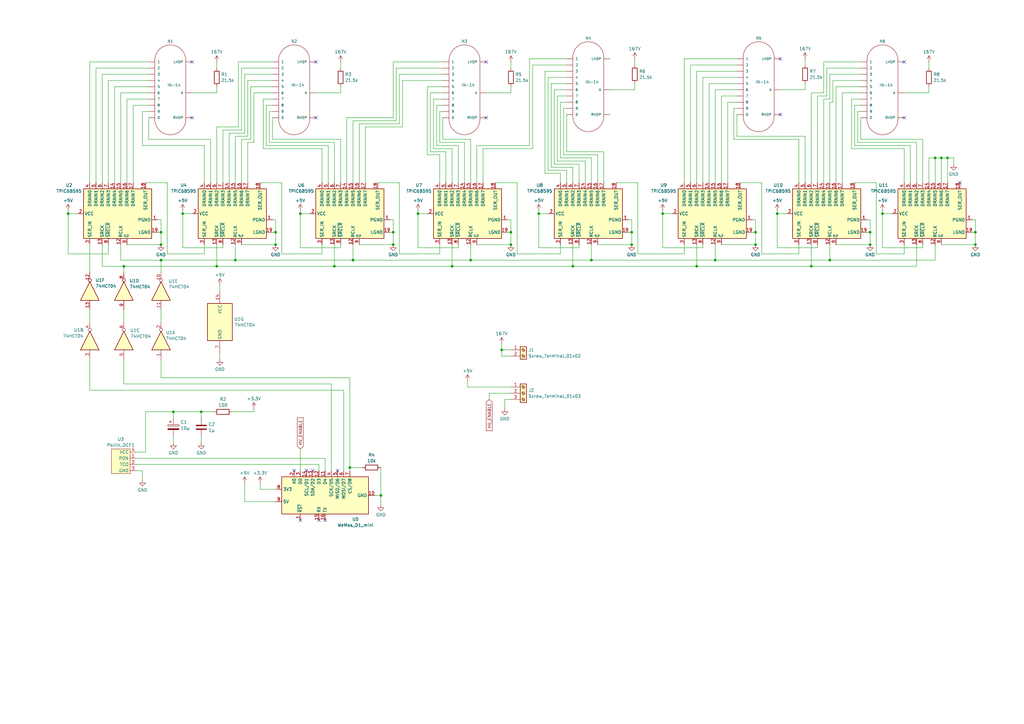
<source format=kicad_sch>
(kicad_sch (version 20231120) (generator "eeschema") (generator_version "8.0")
  (paper "A3")
  (junction (at 193.04 106.68))
  (junction (at 113.03 95.25))
  (junction (at 309.88 100.33))
  (junction (at 383.54 64.77))
  (junction (at 285.75 109.22))
  (junction (at 161.29 100.33))
  (junction (at 143.51 191.77))
  (junction (at 242.57 106.68))
  (junction (at 234.95 109.22))
  (junction (at 50.8 109.22))
  (junction (at 144.78 106.68))
  (junction (at 361.95 87.63))
  (junction (at 209.55 95.25))
  (junction (at 209.55 100.33))
  (junction (at 332.74 109.22))
  (junction (at 220.98 87.63))
  (junction (at 185.42 109.22))
  (junction (at 340.36 106.68))
  (junction (at 400.05 95.25))
  (junction (at 356.87 100.33))
  (junction (at 400.05 100.33))
  (junction (at 66.04 106.68))
  (junction (at 66.04 95.25))
  (junction (at 388.62 64.77))
  (junction (at 74.93 87.63))
  (junction (at 27.94 87.63))
  (junction (at 318.77 87.63))
  (junction (at 113.03 100.33))
  (junction (at 259.08 95.25))
  (junction (at 123.19 87.63))
  (junction (at 205.74 143.51))
  (junction (at 161.29 95.25))
  (junction (at 156.21 203.2))
  (junction (at 96.52 106.68))
  (junction (at 171.45 87.63))
  (junction (at 71.12 168.91))
  (junction (at 271.78 87.63))
  (junction (at 259.08 100.33))
  (junction (at 356.87 95.25))
  (junction (at 66.04 100.33))
  (junction (at 293.37 106.68))
  (junction (at 309.88 95.25))
  (junction (at 137.16 109.22))
  (junction (at 386.08 64.77))
  (junction (at 82.55 168.91))
  (junction (at 88.9 109.22))
  (no_connect (at 370.84 48.26))
  (no_connect (at 78.74 25.4))
  (no_connect (at 320.04 24.13))
  (no_connect (at 128.27 193.04))
  (no_connect (at 129.54 48.26))
  (no_connect (at 120.65 193.04))
  (no_connect (at 129.54 25.4))
  (no_connect (at 393.7 74.93))
  (no_connect (at 130.81 213.36))
  (no_connect (at 133.35 213.36))
  (no_connect (at 78.74 48.26))
  (no_connect (at 123.19 213.36))
  (no_connect (at 370.84 25.4))
  (no_connect (at 125.73 193.04))
  (no_connect (at 320.04 46.99))
  (no_connect (at 199.39 25.4))
  (no_connect (at 138.43 193.04))
  (no_connect (at 199.39 48.26))
  (wire (pts (xy 257.81 90.17) (xy 259.08 90.17)))
  (wire (pts (xy 193.04 74.93) (xy 193.04 57.15)))
  (wire (pts (xy 224.79 69.85) (xy 224.79 31.75)))
  (wire (pts (xy 60.96 57.15) (xy 60.96 48.26)))
  (wire (pts (xy 245.11 100.33) (xy 259.08 100.33)))
  (wire (pts (xy 193.04 106.68) (xy 242.57 106.68)))
  (wire (pts (xy 132.08 74.93) (xy 132.08 60.96)))
  (wire (pts (xy 99.06 53.34) (xy 91.44 53.34)))
  (wire (pts (xy 27.94 104.14) (xy 44.45 104.14)))
  (wire (pts (xy 27.94 87.63) (xy 31.75 87.63)))
  (wire (pts (xy 330.2 36.83) (xy 320.04 36.83)))
  (wire (pts (xy 350.52 59.69) (xy 350.52 43.18)))
  (wire (pts (xy 318.77 87.63) (xy 322.58 87.63)))
  (wire (pts (xy 400.05 90.17) (xy 400.05 95.25)))
  (wire (pts (xy 111.76 33.02) (xy 101.6 33.02)))
  (wire (pts (xy 220.98 101.6) (xy 220.98 87.63)))
  (wire (pts (xy 232.41 29.21) (xy 223.52 29.21)))
  (wire (pts (xy 181.61 43.18) (xy 179.07 43.18)))
  (wire (pts (xy 109.22 59.69) (xy 109.22 43.18)))
  (wire (pts (xy 83.82 74.93) (xy 83.82 59.69)))
  (wire (pts (xy 295.91 39.37) (xy 295.91 74.93)))
  (wire (pts (xy 200.66 161.29) (xy 200.66 163.83)))
  (wire (pts (xy 245.11 74.93) (xy 245.11 63.5)))
  (wire (pts (xy 83.82 104.14) (xy 83.82 100.33)))
  (wire (pts (xy 260.35 24.13) (xy 260.35 26.67)))
  (wire (pts (xy 318.77 87.63) (xy 318.77 86.36)))
  (wire (pts (xy 351.79 45.72) (xy 353.06 45.72)))
  (wire (pts (xy 231.14 44.45) (xy 232.41 44.45)))
  (wire (pts (xy 231.14 63.5) (xy 231.14 44.45)))
  (wire (pts (xy 27.94 104.14) (xy 27.94 87.63)))
  (wire (pts (xy 308.61 90.17) (xy 309.88 90.17)))
  (wire (pts (xy 260.35 34.29) (xy 260.35 36.83)))
  (wire (pts (xy 58.42 59.69) (xy 58.42 45.72)))
  (wire (pts (xy 285.75 100.33) (xy 285.75 109.22)))
  (wire (pts (xy 60.96 35.56) (xy 46.99 35.56)))
  (wire (pts (xy 370.84 104.14) (xy 359.41 104.14)))
  (wire (pts (xy 177.8 40.64) (xy 181.61 40.64)))
  (wire (pts (xy 113.03 200.66) (xy 106.68 200.66)))
  (wire (pts (xy 340.36 106.68) (xy 383.54 106.68)))
  (wire (pts (xy 195.58 100.33) (xy 209.55 100.33)))
  (wire (pts (xy 193.04 106.68) (xy 193.04 100.33)))
  (wire (pts (xy 375.92 109.22) (xy 375.92 100.33)))
  (wire (pts (xy 161.29 25.4) (xy 161.29 48.26)))
  (wire (pts (xy 373.38 74.93) (xy 373.38 59.69)))
  (wire (pts (xy 356.87 90.17) (xy 356.87 95.25)))
  (wire (pts (xy 229.87 71.12) (xy 229.87 74.93)))
  (wire (pts (xy 111.76 35.56) (xy 102.87 35.56)))
  (wire (pts (xy 149.86 52.07) (xy 149.86 74.93)))
  (wire (pts (xy 74.93 86.36) (xy 74.93 87.63)))
  (wire (pts (xy 137.16 100.33) (xy 137.16 109.22)))
  (wire (pts (xy 280.67 100.33) (xy 280.67 104.14)))
  (wire (pts (xy 381 35.56) (xy 381 38.1)))
  (wire (pts (xy 227.33 67.31) (xy 227.33 36.83)))
  (wire (pts (xy 198.12 60.96) (xy 218.44 60.96)))
  (wire (pts (xy 330.2 34.29) (xy 330.2 36.83)))
  (wire (pts (xy 123.19 184.15) (xy 123.19 193.04)))
  (wire (pts (xy 195.58 59.69) (xy 217.17 59.69)))
  (wire (pts (xy 302.26 41.91) (xy 298.45 41.91)))
  (wire (pts (xy 97.79 52.07) (xy 97.79 25.4)))
  (wire (pts (xy 302.26 44.45) (xy 300.99 44.45)))
  (wire (pts (xy 337.82 25.4) (xy 353.06 25.4)))
  (wire (pts (xy 349.25 40.64) (xy 349.25 60.96)))
  (wire (pts (xy 340.36 40.64) (xy 337.82 40.64)))
  (wire (pts (xy 49.53 106.68) (xy 49.53 100.33)))
  (wire (pts (xy 378.46 57.15) (xy 353.06 57.15)))
  (wire (pts (xy 240.03 74.93) (xy 240.03 66.04)))
  (wire (pts (xy 44.45 100.33) (xy 44.45 104.14)))
  (wire (pts (xy 341.63 33.02) (xy 341.63 41.91)))
  (wire (pts (xy 107.95 60.96) (xy 107.95 40.64)))
  (wire (pts (xy 288.29 100.33) (xy 288.29 101.6)))
  (wire (pts (xy 156.21 203.2) (xy 156.21 207.01)))
  (wire (pts (xy 300.99 44.45) (xy 300.99 57.15)))
  (wire (pts (xy 64.77 90.17) (xy 66.04 90.17)))
  (wire (pts (xy 261.62 74.93) (xy 252.73 74.93)))
  (wire (pts (xy 123.19 86.36) (xy 123.19 87.63)))
  (wire (pts (xy 180.34 45.72) (xy 181.61 45.72)))
  (wire (pts (xy 335.28 100.33) (xy 335.28 101.6)))
  (wire (pts (xy 195.58 74.93) (xy 195.58 59.69)))
  (wire (pts (xy 144.78 49.53) (xy 144.78 74.93)))
  (wire (pts (xy 99.06 100.33) (xy 113.03 100.33)))
  (wire (pts (xy 182.88 62.23) (xy 176.53 62.23)))
  (wire (pts (xy 234.95 100.33) (xy 234.95 109.22)))
  (wire (pts (xy 109.22 43.18) (xy 111.76 43.18)))
  (wire (pts (xy 162.56 27.94) (xy 162.56 49.53)))
  (wire (pts (xy 302.26 34.29) (xy 290.83 34.29)))
  (wire (pts (xy 373.38 59.69) (xy 350.52 59.69)))
  (wire (pts (xy 350.52 43.18) (xy 353.06 43.18)))
  (wire (pts (xy 180.34 104.14) (xy 163.83 104.14)))
  (wire (pts (xy 66.04 106.68) (xy 96.52 106.68)))
  (wire (pts (xy 275.59 87.63) (xy 271.78 87.63)))
  (wire (pts (xy 342.9 35.56) (xy 342.9 74.93)))
  (wire (pts (xy 91.44 100.33) (xy 91.44 101.6)))
  (wire (pts (xy 302.26 39.37) (xy 295.91 39.37)))
  (wire (pts (xy 209.55 25.4) (xy 209.55 27.94)))
  (wire (pts (xy 217.17 24.13) (xy 232.41 24.13)))
  (wire (pts (xy 383.54 64.77) (xy 381 64.77)))
  (wire (pts (xy 335.28 39.37) (xy 335.28 74.93)))
  (wire (pts (xy 237.49 67.31) (xy 227.33 67.31)))
  (wire (pts (xy 52.07 40.64) (xy 52.07 74.93)))
  (wire (pts (xy 180.34 58.42) (xy 180.34 45.72)))
  (wire (pts (xy 217.17 59.69) (xy 217.17 24.13)))
  (wire (pts (xy 82.55 168.91) (xy 82.55 171.45)))
  (wire (pts (xy 190.5 58.42) (xy 180.34 58.42)))
  (wire (pts (xy 337.82 38.1) (xy 337.82 25.4)))
  (wire (pts (xy 160.02 95.25) (xy 161.29 95.25)))
  (wire (pts (xy 49.53 106.68) (xy 66.04 106.68)))
  (wire (pts (xy 139.7 35.56) (xy 139.7 38.1)))
  (wire (pts (xy 370.84 60.96) (xy 370.84 74.93)))
  (wire (pts (xy 208.28 95.25) (xy 209.55 95.25)))
  (wire (pts (xy 353.06 40.64) (xy 349.25 40.64)))
  (wire (pts (xy 86.36 74.93) (xy 86.36 57.15)))
  (wire (pts (xy 100.33 54.61) (xy 93.98 54.61)))
  (wire (pts (xy 203.2 74.93) (xy 212.09 74.93)))
  (wire (pts (xy 130.81 190.5) (xy 130.81 193.04)))
  (wire (pts (xy 110.49 58.42) (xy 110.49 45.72)))
  (wire (pts (xy 110.49 45.72) (xy 111.76 45.72)))
  (wire (pts (xy 123.19 101.6) (xy 123.19 87.63)))
  (wire (pts (xy 209.55 35.56) (xy 209.55 38.1)))
  (wire (pts (xy 340.36 106.68) (xy 340.36 100.33)))
  (wire (pts (xy 205.74 146.05) (xy 205.74 143.51)))
  (wire (pts (xy 44.45 33.02) (xy 44.45 74.93)))
  (wire (pts (xy 82.55 179.07) (xy 82.55 181.61)))
  (wire (pts (xy 327.66 57.15) (xy 327.66 74.93)))
  (wire (pts (xy 41.91 109.22) (xy 41.91 100.33)))
  (wire (pts (xy 227.33 36.83) (xy 232.41 36.83)))
  (wire (pts (xy 302.26 26.67) (xy 283.21 26.67)))
  (wire (pts (xy 60.96 40.64) (xy 52.07 40.64)))
  (wire (pts (xy 71.12 168.91) (xy 82.55 168.91)))
  (wire (pts (xy 175.26 87.63) (xy 171.45 87.63)))
  (wire (pts (xy 68.58 104.14) (xy 83.82 104.14)))
  (wire (pts (xy 100.33 30.48) (xy 100.33 54.61)))
  (wire (pts (xy 163.83 30.48) (xy 163.83 50.8)))
  (wire (pts (xy 361.95 87.63) (xy 365.76 87.63)))
  (wire (pts (xy 332.74 74.93) (xy 332.74 38.1)))
  (wire (pts (xy 400.05 95.25) (xy 400.05 100.33)))
  (wire (pts (xy 104.14 58.42) (xy 104.14 38.1)))
  (wire (pts (xy 41.91 109.22) (xy 50.8 109.22)))
  (wire (pts (xy 257.81 95.25) (xy 259.08 95.25)))
  (wire (pts (xy 386.08 64.77) (xy 383.54 64.77)))
  (wire (pts (xy 208.28 90.17) (xy 209.55 90.17)))
  (wire (pts (xy 242.57 74.93) (xy 242.57 64.77)))
  (wire (pts (xy 327.66 100.33) (xy 327.66 104.14)))
  (wire (pts (xy 327.66 104.14) (xy 312.42 104.14)))
  (wire (pts (xy 36.83 100.33) (xy 36.83 111.76)))
  (wire (pts (xy 190.5 74.93) (xy 190.5 58.42)))
  (wire (pts (xy 302.26 31.75) (xy 288.29 31.75)))
  (wire (pts (xy 209.55 161.29) (xy 200.66 161.29)))
  (wire (pts (xy 370.84 104.14) (xy 370.84 100.33)))
  (wire (pts (xy 46.99 35.56) (xy 46.99 74.93)))
  (wire (pts (xy 60.96 38.1) (xy 49.53 38.1)))
  (wire (pts (xy 111.76 30.48) (xy 100.33 30.48)))
  (wire (pts (xy 60.96 27.94) (xy 39.37 27.94)))
  (wire (pts (xy 309.88 90.17) (xy 309.88 95.25)))
  (wire (pts (xy 36.83 147.32) (xy 36.83 160.02)))
  (wire (pts (xy 312.42 104.14) (xy 312.42 74.93)))
  (wire (pts (xy 143.51 193.04) (xy 143.51 191.77)))
  (wire (pts (xy 261.62 104.14) (xy 261.62 74.93)))
  (wire (pts (xy 102.87 35.56) (xy 102.87 57.15)))
  (wire (pts (xy 332.74 109.22) (xy 375.92 109.22)))
  (wire (pts (xy 179.07 59.69) (xy 187.96 59.69)))
  (wire (pts (xy 55.88 193.04) (xy 58.42 193.04)))
  (wire (pts (xy 88.9 52.07) (xy 97.79 52.07)))
  (wire (pts (xy 60.96 33.02) (xy 44.45 33.02)))
  (wire (pts (xy 66.04 154.94) (xy 143.51 154.94)))
  (wire (pts (xy 209.55 90.17) (xy 209.55 95.25)))
  (wire (pts (xy 232.41 69.85) (xy 224.79 69.85)))
  (wire (pts (xy 226.06 68.58) (xy 226.06 34.29)))
  (wire (pts (xy 176.53 62.23) (xy 176.53 38.1)))
  (wire (pts (xy 339.09 27.94) (xy 339.09 39.37)))
  (wire (pts (xy 332.74 100.33) (xy 332.74 109.22)))
  (wire (pts (xy 137.16 109.22) (xy 185.42 109.22)))
  (wire (pts (xy 143.51 154.94) (xy 143.51 191.77)))
  (wire (pts (xy 398.78 90.17) (xy 400.05 90.17)))
  (wire (pts (xy 139.7 38.1) (xy 129.54 38.1)))
  (wire (pts (xy 71.12 179.07) (xy 71.12 181.61)))
  (wire (pts (xy 52.07 100.33) (xy 66.04 100.33)))
  (wire (pts (xy 88.9 109.22) (xy 137.16 109.22)))
  (wire (pts (xy 156.21 191.77) (xy 156.21 203.2)))
  (wire (pts (xy 185.42 60.96) (xy 177.8 60.96)))
  (wire (pts (xy 163.83 30.48) (xy 181.61 30.48)))
  (wire (pts (xy 175.26 35.56) (xy 181.61 35.56)))
  (wire (pts (xy 355.6 90.17) (xy 356.87 90.17)))
  (wire (pts (xy 375.92 58.42) (xy 351.79 58.42)))
  (wire (pts (xy 298.45 41.91) (xy 298.45 74.93)))
  (wire (pts (xy 229.87 104.14) (xy 229.87 100.33)))
  (wire (pts (xy 137.16 58.42) (xy 110.49 58.42)))
  (wire (pts (xy 378.46 74.93) (xy 378.46 57.15)))
  (wire (pts (xy 260.35 36.83) (xy 250.19 36.83)))
  (wire (pts (xy 137.16 74.93) (xy 137.16 58.42)))
  (wire (pts (xy 115.57 104.14) (xy 115.57 74.93)))
  (wire (pts (xy 147.32 50.8) (xy 147.32 74.93)))
  (wire (pts (xy 160.02 90.17) (xy 161.29 90.17)))
  (wire (pts (xy 209.55 146.05) (xy 205.74 146.05)))
  (wire (pts (xy 59.69 168.91) (xy 71.12 168.91)))
  (wire (pts (xy 342.9 100.33) (xy 356.87 100.33)))
  (wire (pts (xy 36.83 25.4) (xy 60.96 25.4)))
  (wire (pts (xy 381 25.4) (xy 381 27.94)))
  (wire (pts (xy 99.06 57.15) (xy 99.06 74.93)))
  (wire (pts (xy 293.37 74.93) (xy 293.37 36.83)))
  (wire (pts (xy 182.88 74.93) (xy 182.88 62.23)))
  (wire (pts (xy 50.8 157.48) (xy 50.8 147.32)))
  (wire (pts (xy 207.01 163.83) (xy 207.01 167.64)))
  (wire (pts (xy 218.44 26.67) (xy 232.41 26.67)))
  (wire (pts (xy 218.44 60.96) (xy 218.44 26.67)))
  (wire (pts (xy 271.78 101.6) (xy 271.78 87.63)))
  (wire (pts (xy 161.29 95.25) (xy 161.29 100.33)))
  (wire (pts (xy 283.21 26.67) (xy 283.21 74.93)))
  (wire (pts (xy 82.55 168.91) (xy 87.63 168.91)))
  (wire (pts (xy 59.69 168.91) (xy 59.69 185.42)))
  (wire (pts (xy 111.76 95.25) (xy 113.03 95.25)))
  (wire (pts (xy 171.45 87.63) (xy 171.45 86.36)))
  (wire (pts (xy 132.08 100.33) (xy 132.08 104.14)))
  (wire (pts (xy 134.62 59.69) (xy 109.22 59.69)))
  (wire (pts (xy 341.63 41.91) (xy 340.36 41.91)))
  (wire (pts (xy 142.24 48.26) (xy 142.24 74.93)))
  (wire (pts (xy 66.04 154.94) (xy 66.04 147.32)))
  (wire (pts (xy 59.69 74.93) (xy 68.58 74.93)))
  (wire (pts (xy 71.12 168.91) (xy 71.12 171.45)))
  (wire (pts (xy 232.41 74.93) (xy 232.41 69.85)))
  (wire (pts (xy 113.03 90.17) (xy 113.03 95.25)))
  (wire (pts (xy 139.7 25.4) (xy 139.7 27.94)))
  (wire (pts (xy 36.83 127) (xy 36.83 132.08)))
  (wire (pts (xy 355.6 95.25) (xy 356.87 95.25)))
  (wire (pts (xy 133.35 187.96) (xy 55.88 187.96)))
  (wire (pts (xy 88.9 38.1) (xy 78.74 38.1)))
  (wire (pts (xy 100.33 205.74) (xy 100.33 198.12)))
  (wire (pts (xy 245.11 63.5) (xy 231.14 63.5)))
  (wire (pts (xy 209.55 95.25) (xy 209.55 100.33)))
  (wire (pts (xy 185.42 100.33) (xy 185.42 109.22)))
  (wire (pts (xy 133.35 193.04) (xy 133.35 187.96)))
  (wire (pts (xy 229.87 64.77) (xy 229.87 41.91)))
  (wire (pts (xy 64.77 95.25) (xy 66.04 95.25)))
  (wire (pts (xy 27.94 86.36) (xy 27.94 87.63)))
  (wire (pts (xy 242.57 106.68) (xy 293.37 106.68)))
  (wire (pts (xy 293.37 106.68) (xy 293.37 100.33)))
  (wire (pts (xy 102.87 57.15) (xy 99.06 57.15)))
  (wire (pts (xy 353.06 30.48) (xy 340.36 30.48)))
  (wire (pts (xy 381 64.77) (xy 381 74.93)))
  (wire (pts (xy 181.61 25.4) (xy 161.29 25.4)))
  (wire (pts (xy 209.55 38.1) (xy 199.39 38.1)))
  (wire (pts (xy 242.57 106.68) (xy 242.57 100.33)))
  (wire (pts (xy 181.61 57.15) (xy 181.61 48.26)))
  (wire (pts (xy 86.36 57.15) (xy 60.96 57.15)))
  (wire (pts (xy 386.08 100.33) (xy 400.05 100.33)))
  (wire (pts (xy 375.92 74.93) (xy 375.92 58.42)))
  (wire (pts (xy 175.26 63.5) (xy 175.26 35.56)))
  (wire (pts (xy 209.55 163.83) (xy 207.01 163.83)))
  (wire (pts (xy 97.79 25.4) (xy 111.76 25.4)))
  (wire (pts (xy 139.7 74.93) (xy 139.7 57.15)))
  (wire (pts (xy 353.06 27.94) (xy 339.09 27.94)))
  (wire (pts (xy 140.97 160.02) (xy 36.83 160.02)))
  (wire (pts (xy 223.52 71.12) (xy 229.87 71.12)))
  (wire (pts (xy 247.65 62.23) (xy 232.41 62.23)))
  (wire (pts (xy 90.17 116.84) (xy 90.17 119.38)))
  (wire (pts (xy 139.7 57.15) (xy 111.76 57.15)))
  (wire (pts (xy 163.83 104.14) (xy 163.83 74.93)))
  (wire (pts (xy 391.16 67.31) (xy 391.16 64.77)))
  (wire (pts (xy 335.28 101.6) (xy 318.77 101.6)))
  (wire (pts (xy 66.04 127) (xy 66.04 132.08)))
  (wire (pts (xy 293.37 36.83) (xy 302.26 36.83)))
  (wire (pts (xy 83.82 59.69) (xy 58.42 59.69)))
  (wire (pts (xy 232.41 62.23) (xy 232.41 46.99)))
  (wire (pts (xy 161.29 90.17) (xy 161.29 95.25)))
  (wire (pts (xy 187.96 101.6) (xy 171.45 101.6)))
  (wire (pts (xy 285.75 74.93) (xy 285.75 29.21)))
  (wire (pts (xy 93.98 54.61) (xy 93.98 74.93)))
  (wire (pts (xy 66.04 106.68) (xy 66.04 111.76)))
  (wire (pts (xy 226.06 34.29) (xy 232.41 34.29)))
  (wire (pts (xy 176.53 38.1) (xy 181.61 38.1)))
  (wire (pts (xy 132.08 104.14) (xy 115.57 104.14)))
  (wire (pts (xy 228.6 66.04) (xy 228.6 39.37)))
  (wire (pts (xy 198.12 74.93) (xy 198.12 60.96)))
  (wire (pts (xy 165.1 33.02) (xy 181.61 33.02)))
  (wire (pts (xy 312.42 74.93) (xy 303.53 74.93)))
  (wire (pts (xy 308.61 95.25) (xy 309.88 95.25)))
  (wire (pts (xy 349.25 60.96) (xy 370.84 60.96)))
  (wire (pts (xy 111.76 90.17) (xy 113.03 90.17)))
  (wire (pts (xy 96.52 106.68) (xy 96.52 100.33)))
  (wire (pts (xy 332.74 38.1) (xy 337.82 38.1)))
  (wire (pts (xy 318.77 101.6) (xy 318.77 87.63)))
  (wire (pts (xy 205.74 143.51) (xy 205.74 140.97)))
  (wire (pts (xy 123.19 87.63) (xy 127 87.63)))
  (wire (pts (xy 293.37 106.68) (xy 340.36 106.68)))
  (wire (pts (xy 106.68 200.66) (xy 106.68 198.12)))
  (wire (pts (xy 107.95 40.64) (xy 111.76 40.64)))
  (wire (pts (xy 39.37 27.94) (xy 39.37 74.93)))
  (wire (pts (xy 185.42 109.22) (xy 234.95 109.22)))
  (wire (pts (xy 288.29 31.75) (xy 288.29 74.93)))
  (wire (pts (xy 237.49 101.6) (xy 220.98 101.6)))
  (wire (pts (xy 285.75 109.22) (xy 332.74 109.22)))
  (wire (pts (xy 74.93 101.6) (xy 74.93 87.63)))
  (wire (pts (xy 88.9 25.4) (xy 88.9 27.94)))
  (wire (pts (xy 90.17 144.78) (xy 90.17 147.32)))
  (wire (pts (xy 220.98 87.63) (xy 220.98 86.36)))
  (wire (pts (xy 205.74 143.51) (xy 209.55 143.51)))
  (wire (pts (xy 104.14 167.64) (xy 104.14 168.91)))
  (wire (pts (xy 330.2 24.13) (xy 330.2 26.67)))
  (wire (pts (xy 224.79 31.75) (xy 232.41 31.75)))
  (wire (pts (xy 381 38.1) (xy 370.84 38.1)))
  (wire (pts (xy 185.42 74.93) (xy 185.42 60.96)))
  (wire (pts (xy 247.65 74.93) (xy 247.65 62.23)))
  (wire (pts (xy 50.8 132.08) (xy 50.8 127)))
  (wire (pts (xy 234.95 68.58) (xy 226.06 68.58)))
  (wire (pts (xy 55.88 185.42) (xy 59.69 185.42)))
  (wire (pts (xy 259.08 95.25) (xy 259.08 100.33)))
  (wire (pts (xy 337.82 40.64) (xy 337.82 74.93)))
  (wire (pts (xy 361.95 86.36) (xy 361.95 87.63)))
  (wire (pts (xy 135.89 157.48) (xy 50.8 157.48)))
  (wire (pts (xy 180.34 74.93) (xy 180.34 63.5)))
  (wire (pts (xy 101.6 55.88) (xy 96.52 55.88)))
  (wire (pts (xy 180.34 100.33) (xy 180.34 104.14)))
  (wire (pts (xy 388.62 64.77) (xy 386.08 64.77)))
  (wire (pts (xy 340.36 30.48) (xy 340.36 40.64)))
  (wire (pts (xy 339.09 39.37) (xy 335.28 39.37)))
  (wire (pts (xy 111.76 57.15) (xy 111.76 48.26)))
  (wire (pts (xy 162.56 49.53) (xy 144.78 49.53)))
  (wire (pts (xy 91.44 53.34) (xy 91.44 74.93)))
  (wire (pts (xy 280.67 104.14) (xy 261.62 104.14)))
  (wire (pts (xy 88.9 100.33) (xy 88.9 109.22)))
  (wire (pts (xy 50.8 109.22) (xy 88.9 109.22)))
  (wire (pts (xy 353.06 38.1) (xy 345.44 38.1)))
  (wire (pts (xy 259.08 90.17) (xy 259.08 95.25)))
  (wire (pts (xy 165.1 33.02) (xy 165.1 52.07)))
  (wire (pts (xy 101.6 74.93) (xy 101.6 58.42)))
  (wire (pts (xy 290.83 34.29) (xy 290.83 74.93)))
  (wire (pts (xy 113.03 95.25) (xy 113.03 100.33)))
  (wire (pts (xy 134.62 74.93) (xy 134.62 59.69)))
  (wire (pts (xy 378.46 100.33) (xy 378.46 101.6)))
  (wire (pts (xy 187.96 100.33) (xy 187.96 101.6)))
  (wire (pts (xy 66.04 90.17) (xy 66.04 95.25)))
  (wire (pts (xy 49.53 38.1) (xy 49.53 74.93)))
  (wire (pts (xy 383.54 106.68) (xy 383.54 100.33)))
  (wire (pts (xy 161.29 48.26) (xy 142.24 48.26)))
  (wire (pts (xy 353.06 33.02) (xy 341.63 33.02)))
  (wire (pts (xy 228.6 39.37) (xy 232.41 39.37)))
  (wire (pts (xy 143.51 191.77) (xy 148.59 191.77)))
  (wire (pts (xy 280.67 24.13) (xy 280.67 74.93)))
  (wire (pts (xy 271.78 87.63) (xy 271.78 86.36)))
  (wire (pts (xy 163.83 50.8) (xy 147.32 50.8)))
  (wire (pts (xy 237.49 74.93) (xy 237.49 67.31)))
  (wire (pts (xy 359.41 104.14) (xy 359.41 74.93)))
  (wire (pts (xy 68.58 74.93) (xy 68.58 104.14)))
  (wire (pts (xy 140.97 193.04) (xy 140.97 160.02)))
  (wire (pts (xy 309.88 95.25) (xy 309.88 100.33)))
  (wire (pts (xy 135.89 193.04) (xy 135.89 157.48)))
  (wire (pts (xy 345.44 38.1) (xy 345.44 74.93)))
  (wire (pts (xy 353.06 35.56) (xy 342.9 35.56)))
  (wire (pts (xy 144.78 106.68) (xy 193.04 106.68)))
  (wire (pts (xy 115.57 74.93) (xy 106.68 74.93)))
  (wire (pts (xy 229.87 41.91) (xy 232.41 41.91)))
  (wire (pts (xy 132.08 60.96) (xy 107.95 60.96)))
  (wire (pts (xy 212.09 74.93) (xy 212.09 104.14)))
  (wire (pts (xy 111.76 27.94) (xy 99.06 27.94)))
  (wire (pts (xy 181.61 27.94) (xy 162.56 27.94)))
  (wire (pts (xy 351.79 58.42) (xy 351.79 45.72)))
  (wire (pts (xy 171.45 101.6) (xy 171.45 87.63)))
  (wire (pts (xy 95.25 168.91) (xy 104.14 168.91)))
  (wire (pts (xy 41.91 30.48) (xy 41.91 74.93)))
  (wire (pts (xy 386.08 64.77) (xy 386.08 74.93)))
  (wire (pts (xy 391.16 64.77) (xy 388.62 64.77)))
  (wire (pts (xy 350.52 74.93) (xy 359.41 74.93)))
  (wire (pts (xy 147.32 100.33) (xy 161.29 100.33)))
  (wire (pts (xy 177.8 60.96) (xy 177.8 40.64)))
  (wire (pts (xy 300.99 57.15) (xy 327.66 57.15)))
  (wire (pts (xy 378.46 101.6) (xy 361.95 101.6)))
  (wire (pts (xy 99.06 27.94) (xy 99.06 53.34)))
  (wire (pts (xy 240.03 66.04) (xy 228.6 66.04)))
  (wire (pts (xy 55.88 190.5) (xy 130.81 190.5)))
  (wire (pts (xy 153.67 203.2) (xy 156.21 203.2)))
  (wire (pts (xy 139.7 100.33) (xy 139.7 101.6)))
  (wire (pts (xy 398.78 95.25) (xy 400.05 95.25)))
  (wire (pts (xy 288.29 101.6) (xy 271.78 101.6)))
  (wire (pts (xy 88.9 74.93) (xy 88.9 52.07)))
  (wire (pts (xy 224.79 87.63) (xy 220.98 87.63)))
  (wire (pts (xy 353.06 57.15) (xy 353.06 48.26)))
  (wire (pts (xy 330.2 55.88) (xy 302.26 55.88)))
  (wire (pts (xy 60.96 43.18) (xy 54.61 43.18)))
  (wire (pts (xy 191.77 158.75) (xy 209.55 158.75)))
  (wire (pts (xy 361.95 101.6) (xy 361.95 87.63)))
  (wire (pts (xy 302.26 24.13) (xy 280.67 24.13)))
  (wire (pts (xy 234.95 74.93) (xy 234.95 68.58)))
  (wire (pts (xy 295.91 100.33) (xy 309.88 100.33)))
  (wire (pts (xy 36.83 74.93) (xy 36.83 25.4)))
  (wire (pts (xy 58.42 193.04) (xy 58.42 196.85)))
  (wire (pts (xy 330.2 74.93) (xy 330.2 55.88)))
  (wire (pts (xy 302.26 55.88) (xy 302.26 46.99)))
  (wire (pts (xy 96.52 106.68) (xy 144.78 106.68)))
  (wire (pts (xy 101.6 58.42) (xy 104.14 58.42)))
  (wire (pts (xy 54.61 43.18) (xy 54.61 74.93)))
  (wire (pts (xy 383.54 64.77) (xy 383.54 74.93)))
  (wire (pts (xy 60.96 30.48) (xy 41.91 30.48)))
  (wire (pts (xy 58.42 45.72) (xy 60.96 45.72)))
  (wire (pts (xy 50.8 109.22) (xy 50.8 111.76)))
  (wire (pts (xy 74.93 87.63) (xy 78.74 87.63)))
  (wire (pts (xy 88.9 35.56) (xy 88.9 38.1)))
  (wire (pts (xy 187.96 59.69) (xy 187.96 74.93)))
  (wire (pts (xy 104.14 38.1) (xy 111.76 38.1)))
  (wire (pts (xy 149.86 52.07) (xy 165.1 52.07)))
  (wire (pts (xy 223.52 29.21) (xy 223.52 71.12)))
  (wire (pts (xy 91.44 101.6) (xy 74.93 101.6)))
  (wire (pts (xy 101.6 33.02) (xy 101.6 55.88)))
  (wire (pts (xy 163.83 74.93) (xy 154.94 74.93)))
  (wire (pts (xy 66.04 95.25) (xy 66.04 100.33)))
  (wire (pts (xy 340.36 41.91) (xy 340.36 74.93)))
  (wire (pts (xy 388.62 64.77) (xy 388.62 74.93)))
  (wire (pts (xy 242.57 64.77) (xy 229.87 64.77)))
  (wire (pts (xy 237.49 100.33) (xy 237.49 101.6)))
  (wire (pts (xy 100.33 205.74) (xy 113.03 205.74)))
  (wire (pts (xy 191.77 156.21) (xy 191.77 158.75)))
  (wire (pts (xy 180.34 63.5) (xy 175.26 63.5)))
  (wire (pts (xy 139.7 101.6) (xy 123.19 101.6)))
  (wire (pts (xy 356.87 95.25) (xy 356.87 100.33)))
  (wire (pts (xy 96.52 55.88) (xy 96.52 74.93)))
  (wire (pts (xy 179.07 43.18) (xy 179.07 59.69)))
  (wire (pts (xy 234.95 109.22) (xy 285.75 109.22)))
  (wire (pts (xy 212.09 104.14) (xy 229.87 104.14)))
  (wire (pts (xy 144.78 106.68) (xy 144.78 100.33)))
  (wire (pts (xy 285.75 29.21) (xy 302.26 29.21)))
  (wire (pts (xy 193.04 57.15) (xy 181.61 57.15)))
  (global_label "HV_ENABLE" (shape input) (at 200.66 163.83 270) (property "Intersheetrefs" "${INTERSHEET_REFS}" (effects (hide yes))))
  (global_label "HV_ENABLE" (shape input) (at 123.19 184.15 90) (property "Intersheetrefs" "${INTERSHEET_REFS}" (effects (hide yes))))
  (symbol (lib_id "power:VDC") (at 139.7 25.4 0) (unit 1)
    (property "Reference" "#PWR015" (effects (hide yes)))
    (property "Value" "167V" (at 139.7 21.2669 0))
    (property "Description" "Power symbol creates a global label with name \"VDC\"" (effects (hide yes)))
  )
  (symbol (lib_id "nixies-us:IN-14") (at 240.03 34.29 0) (unit 1)
    (property "Reference" "N4" (at 241.3 15.654 0) (effects (font (size 1.143 1.143))))
    (property "Value" "IN-14" (at 240.03 34.29 0) (effects (font (size 1.143 1.143)) (justify left bottom)))
    (property "Footprint" "Julians_parts:nixies-us-IN-14_1.1mm_holes" (effects (hide yes)))
  )
  (symbol (lib_id "power:GND") (at 356.87 100.33 0) (unit 1)
    (property "Reference" "#PWR031" (effects (hide yes)))
    (property "Value" "GND" (at 356.87 104.4631 0))
    (property "Description" "Power symbol creates a global label with name \"GND\" , ground" (effects (hide yes)))
  )
  (symbol (lib_id "Julians_Symbols:Pollin_DCF1") (at 49.53 189.23 0) (unit 1)
    (property "Reference" "U3" (at 49.53 180.1325 0))
    (property "Value" "Pollin_DCF1" (at 49.53 182.5568 0))
    (property "Footprint" "Connector_PinSocket_2.54mm:PinSocket_1x04_P2.54mm_Horizontal" (effects (hide yes)))
  )
  (symbol (lib_id "MCU_Module:WeMos_D1_mini") (at 133.35 203.2 90) (unit 1)
    (property "Reference" "U5" (at 145.796 212.9677 90))
    (property "Value" "WeMos_D1_mini" (at 145.796 215.392 90))
    (property "Footprint" "Module:WEMOS_D1_mini_light" (effects (hide yes)))
    (property "Datasheet" "https://wiki.wemos.cc/products:d1:d1_mini#documentation" (effects (hide yes)))
    (property "Description" "32-bit microcontroller module with WiFi" (effects (hide yes)))
  )
  (symbol (lib_id "nixies-us:IN-14") (at 119.38 35.56 0) (unit 1)
    (property "Reference" "N2" (at 120.65 16.924 0) (effects (font (size 1.143 1.143))))
    (property "Value" "IN-14" (at 119.38 35.56 0) (effects (font (size 1.143 1.143)) (justify left bottom)))
    (property "Footprint" "Julians_parts:nixies-us-IN-14_1.1mm_holes" (effects (hide yes)))
  )
  (symbol (lib_id "nixies-us:IN-14") (at 360.68 35.56 0) (unit 1)
    (property "Reference" "N6" (at 361.95 16.924 0) (effects (font (size 1.143 1.143))))
    (property "Value" "IN-14" (at 360.68 35.56 0) (effects (font (size 1.143 1.143)) (justify left bottom)))
    (property "Footprint" "Julians_parts:nixies-us-IN-14_1.1mm_holes" (effects (hide yes)))
  )
  (symbol (lib_id "Connector:Screw_Terminal_01x02") (at 214.63 143.51 0) (unit 1)
    (property "Reference" "J1" (at 216.662 143.5678 0) (effects (justify left)))
    (property "Value" "Screw_Terminal_01x02" (at 216.662 145.9921 0) (effects (justify left)))
    (property "Footprint" "TerminalBlock_Altech:Altech_AK100_1x02_P5.00mm" (effects (hide yes)))
    (property "Description" "Generic screw terminal, single row, 01x02, script generated (kicad-library-utils/schlib/autogen/connector/)" (effects (hide yes)))
  )
  (symbol (lib_id "power:+5V") (at 90.17 116.84 0) (unit 1)
    (property "Reference" "#PWR08" (effects (hide yes)))
    (property "Value" "+5V" (at 90.17 112.7069 0))
    (property "Description" "Power symbol creates a global label with name \"+5V\"" (effects (hide yes)))
  )
  (symbol (lib_id "power:GND") (at 156.21 207.01 0) (unit 1)
    (property "Reference" "#PWR016" (effects (hide yes)))
    (property "Value" "GND" (at 156.21 211.1431 0))
    (property "Description" "Power symbol creates a global label with name \"GND\" , ground" (effects (hide yes)))
  )
  (symbol (lib_id "Interface_Expansion:TPIC6595") (at 142.24 87.63 90) (unit 1)
    (property "Reference" "U6" (at 123.5566 75.9574 90))
    (property "Value" "TPIC6B595" (at 123.5566 78.3817 90))
    (property "Footprint" "Package_SO:SOIC-20W_7.5x12.8mm_P1.27mm" (effects (hide yes)))
    (property "Datasheet" "http://www.ti.com/lit/ds/symlink/tpic6595.pdf" (effects (hide yes)))
    (property "Description" "Power Logic 8-bit Shift Register, DIP-8/SOIC-8" (effects (hide yes)))
  )
  (symbol (lib_id "Device:R") (at 91.44 168.91 270) (mirror x) (unit 1)
    (property "Reference" "R2" (at 91.44 163.7495 90))
    (property "Value" "100" (at 91.44 166.1738 90))
    (property "Footprint" "Resistor_SMD:R_1206_3216Metric" (effects (hide yes)))
    (property "Description" "Resistor" (effects (hide yes)))
  )
  (symbol (lib_id "74xx:74HCT04") (at 50.8 119.38 90) (unit 4)
    (property "Reference" "U1" (at 53.086 115.1777 90) (effects (justify right)))
    (property "Value" "74HCT04" (at 53.086 117.602 90) (effects (justify right)))
    (property "Footprint" "Package_SO:SO-14_3.9x8.65mm_P1.27mm" (effects (hide yes)))
    (property "Datasheet" "https://assets.nexperia.com/documents/data-sheet/74HC_HCT04.pdf" (effects (hide yes)))
    (property "Description" "Hex Inverter" (effects (hide yes)))
  )
  (symbol (lib_id "power:+5V") (at 318.77 86.36 0) (unit 1)
    (property "Reference" "#PWR029" (effects (hide yes)))
    (property "Value" "+5V" (at 318.77 82.2269 0))
    (property "Description" "Power symbol creates a global label with name \"+5V\"" (effects (hide yes)))
  )
  (symbol (lib_id "Interface_Expansion:TPIC6595") (at 46.99 87.63 90) (unit 1)
    (property "Reference" "U2" (at 28.3066 75.9574 90))
    (property "Value" "TPIC6B595" (at 28.3066 78.3817 90))
    (property "Footprint" "Package_SO:SOIC-20W_7.5x12.8mm_P1.27mm" (effects (hide yes)))
    (property "Datasheet" "http://www.ti.com/lit/ds/symlink/tpic6595.pdf" (effects (hide yes)))
    (property "Description" "Power Logic 8-bit Shift Register, DIP-8/SOIC-8" (effects (hide yes)))
  )
  (symbol (lib_id "power:GND") (at 90.17 147.32 0) (unit 1)
    (property "Reference" "#PWR09" (effects (hide yes)))
    (property "Value" "GND" (at 90.17 151.4531 0))
    (property "Description" "Power symbol creates a global label with name \"GND\" , ground" (effects (hide yes)))
  )
  (symbol (lib_id "Interface_Expansion:TPIC6595") (at 190.5 87.63 90) (unit 1)
    (property "Reference" "U7" (at 171.8166 75.9574 90))
    (property "Value" "TPIC6B595" (at 171.8166 78.3817 90))
    (property "Footprint" "Package_SO:SOIC-20W_7.5x12.8mm_P1.27mm" (effects (hide yes)))
    (property "Datasheet" "http://www.ti.com/lit/ds/symlink/tpic6595.pdf" (effects (hide yes)))
    (property "Description" "Power Logic 8-bit Shift Register, DIP-8/SOIC-8" (effects (hide yes)))
  )
  (symbol (lib_id "power:+5V") (at 361.95 86.36 0) (unit 1)
    (property "Reference" "#PWR032" (effects (hide yes)))
    (property "Value" "+5V" (at 361.95 82.2269 0))
    (property "Description" "Power symbol creates a global label with name \"+5V\"" (effects (hide yes)))
  )
  (symbol (lib_id "power:VDC") (at 260.35 24.13 0) (unit 1)
    (property "Reference" "#PWR023" (effects (hide yes)))
    (property "Value" "167V" (at 260.35 19.9969 0))
    (property "Description" "Power symbol creates a global label with name \"VDC\"" (effects (hide yes)))
  )
  (symbol (lib_id "power:+3.3V") (at 106.68 198.12 0) (unit 1)
    (property "Reference" "#PWR012" (effects (hide yes)))
    (property "Value" "+3.3V" (at 106.68 193.9869 0))
    (property "Description" "Power symbol creates a global label with name \"+3.3V\"" (effects (hide yes)))
  )
  (symbol (lib_id "power:GND") (at 58.42 196.85 0) (unit 1)
    (property "Reference" "#PWR02" (effects (hide yes)))
    (property "Value" "GND" (at 58.42 200.9831 0))
    (property "Description" "Power symbol creates a global label with name \"GND\" , ground" (effects (hide yes)))
  )
  (symbol (lib_id "power:+5V") (at 171.45 86.36 0) (unit 1)
    (property "Reference" "#PWR018" (effects (hide yes)))
    (property "Value" "+5V" (at 171.45 82.2269 0))
    (property "Description" "Power symbol creates a global label with name \"+5V\"" (effects (hide yes)))
  )
  (symbol (lib_id "Device:R") (at 209.55 31.75 0) (unit 1)
    (property "Reference" "R5" (at 211.328 30.5378 0) (effects (justify left)))
    (property "Value" "21.5k" (at 211.328 32.9621 0) (effects (justify left)))
    (property "Footprint" "Resistor_SMD:R_1206_3216Metric" (effects (hide yes)))
    (property "Description" "Resistor" (effects (hide yes)))
  )
  (symbol (lib_id "power:GND") (at 207.01 167.64 0) (unit 1)
    (property "Reference" "#PWR027" (effects (hide yes)))
    (property "Value" "GND" (at 207.01 171.7731 0))
    (property "Description" "Power symbol creates a global label with name \"GND\" , ground" (effects (hide yes)))
  )
  (symbol (lib_id "power:VDC") (at 209.55 25.4 0) (unit 1)
    (property "Reference" "#PWR019" (effects (hide yes)))
    (property "Value" "167V" (at 209.55 21.2669 0))
    (property "Description" "Power symbol creates a global label with name \"VDC\"" (effects (hide yes)))
  )
  (symbol (lib_id "Interface_Expansion:TPIC6595") (at 337.82 87.63 90) (unit 1)
    (property "Reference" "U10" (at 319.1366 75.9574 90))
    (property "Value" "TPIC6B595" (at 319.1366 78.3817 90))
    (property "Footprint" "Package_SO:SOIC-20W_7.5x12.8mm_P1.27mm" (effects (hide yes)))
    (property "Datasheet" "http://www.ti.com/lit/ds/symlink/tpic6595.pdf" (effects (hide yes)))
    (property "Description" "Power Logic 8-bit Shift Register, DIP-8/SOIC-8" (effects (hide yes)))
  )
  (symbol (lib_id "74xx:74HCT04") (at 36.83 119.38 90) (unit 6)
    (property "Reference" "U1" (at 39.116 114.9237 90) (effects (justify right)))
    (property "Value" "74HCT04" (at 39.116 117.348 90) (effects (justify right)))
    (property "Footprint" "Package_SO:SO-14_3.9x8.65mm_P1.27mm" (effects (hide yes)))
    (property "Datasheet" "https://assets.nexperia.com/documents/data-sheet/74HC_HCT04.pdf" (effects (hide yes)))
    (property "Description" "Hex Inverter" (effects (hide yes)))
  )
  (symbol (lib_id "74xx:74HCT04") (at 66.04 139.7 270) (mirror x) (unit 1)
    (property "Reference" "U1" (at 71.882 136.398 90) (effects (justify right)))
    (property "Value" "74HCT04" (at 76.454 138.8223 90) (effects (justify right)))
    (property "Footprint" "Package_SO:SO-14_3.9x8.65mm_P1.27mm" (effects (hide yes)))
    (property "Datasheet" "https://assets.nexperia.com/documents/data-sheet/74HC_HCT04.pdf" (effects (hide yes)))
    (property "Description" "Hex Inverter" (effects (hide yes)))
  )
  (symbol (lib_id "Interface_Expansion:TPIC6595") (at 93.98 87.63 90) (unit 1)
    (property "Reference" "U4" (at 75.2966 75.9574 90))
    (property "Value" "TPIC6B595" (at 75.2966 78.3817 90))
    (property "Footprint" "Package_SO:SOIC-20W_7.5x12.8mm_P1.27mm" (effects (hide yes)))
    (property "Datasheet" "http://www.ti.com/lit/ds/symlink/tpic6595.pdf" (effects (hide yes)))
    (property "Description" "Power Logic 8-bit Shift Register, DIP-8/SOIC-8" (effects (hide yes)))
  )
  (symbol (lib_id "power:GND") (at 71.12 181.61 0) (unit 1)
    (property "Reference" "#PWR04" (effects (hide yes)))
    (property "Value" "GND" (at 71.12 185.7431 0))
    (property "Description" "Power symbol creates a global label with name \"GND\" , ground" (effects (hide yes)))
  )
  (symbol (lib_id "power:VDC") (at 88.9 25.4 0) (unit 1)
    (property "Reference" "#PWR07" (effects (hide yes)))
    (property "Value" "167V" (at 88.9 21.2669 0))
    (property "Description" "Power symbol creates a global label with name \"VDC\"" (effects (hide yes)))
  )
  (symbol (lib_id "power:GND") (at 113.03 100.33 0) (unit 1)
    (property "Reference" "#PWR013" (effects (hide yes)))
    (property "Value" "GND" (at 113.03 104.4631 0))
    (property "Description" "Power symbol creates a global label with name \"GND\" , ground" (effects (hide yes)))
  )
  (symbol (lib_id "nixies-us:IN-14") (at 68.58 35.56 0) (unit 1)
    (property "Reference" "N1" (at 69.85 16.924 0) (effects (font (size 1.143 1.143))))
    (property "Value" "IN-14" (at 68.58 35.56 0) (effects (font (size 1.143 1.143)) (justify left bottom)))
    (property "Footprint" "Julians_parts:nixies-us-IN-14_1.1mm_holes" (effects (hide yes)))
  )
  (symbol (lib_id "nixies-us:IN-14") (at 189.23 35.56 0) (unit 1)
    (property "Reference" "N3" (at 190.5 16.924 0) (effects (font (size 1.143 1.143))))
    (property "Value" "IN-14" (at 189.23 35.56 0) (effects (font (size 1.143 1.143)) (justify left bottom)))
    (property "Footprint" "Julians_parts:nixies-us-IN-14_1.1mm_holes" (effects (hide yes)))
  )
  (symbol (lib_id "power:VDC") (at 381 25.4 0) (unit 1)
    (property "Reference" "#PWR033" (effects (hide yes)))
    (property "Value" "167V" (at 381 21.2669 0))
    (property "Description" "Power symbol creates a global label with name \"VDC\"" (effects (hide yes)))
  )
  (symbol (lib_id "Device:R") (at 139.7 31.75 0) (unit 1)
    (property "Reference" "R3" (at 141.478 30.5378 0) (effects (justify left)))
    (property "Value" "21.5k" (at 141.478 32.9621 0) (effects (justify left)))
    (property "Footprint" "Resistor_SMD:R_1206_3216Metric" (effects (hide yes)))
    (property "Description" "Resistor" (effects (hide yes)))
  )
  (symbol (lib_id "power:VDC") (at 330.2 24.13 0) (unit 1)
    (property "Reference" "#PWR030" (effects (hide yes)))
    (property "Value" "167V" (at 330.2 19.9969 0))
    (property "Description" "Power symbol creates a global label with name \"VDC\"" (effects (hide yes)))
  )
  (symbol (lib_id "power:GND") (at 309.88 100.33 0) (unit 1)
    (property "Reference" "#PWR028" (effects (hide yes)))
    (property "Value" "GND" (at 309.88 104.4631 0))
    (property "Description" "Power symbol creates a global label with name \"GND\" , ground" (effects (hide yes)))
  )
  (symbol (lib_id "power:+3.3V") (at 104.14 167.64 0) (unit 1)
    (property "Reference" "#PWR011" (effects (hide yes)))
    (property "Value" "+3.3V" (at 104.14 163.5069 0))
    (property "Description" "Power symbol creates a global label with name \"+3.3V\"" (effects (hide yes)))
  )
  (symbol (lib_id "power:GND") (at 259.08 100.33 0) (unit 1)
    (property "Reference" "#PWR022" (effects (hide yes)))
    (property "Value" "GND" (at 259.08 104.4631 0))
    (property "Description" "Power symbol creates a global label with name \"GND\" , ground" (effects (hide yes)))
  )
  (symbol (lib_id "power:+5V") (at 191.77 156.21 0) (unit 1)
    (property "Reference" "#PWR025" (effects (hide yes)))
    (property "Value" "+5V" (at 191.77 152.0769 0))
    (property "Description" "Power symbol creates a global label with name \"+5V\"" (effects (hide yes)))
  )
  (symbol (lib_id "power:+5V") (at 27.94 86.36 0) (unit 1)
    (property "Reference" "#PWR01" (effects (hide yes)))
    (property "Value" "+5V" (at 27.94 82.2269 0))
    (property "Description" "Power symbol creates a global label with name \"+5V\"" (effects (hide yes)))
  )
  (symbol (lib_id "power:GND") (at 161.29 100.33 0) (unit 1)
    (property "Reference" "#PWR017" (effects (hide yes)))
    (property "Value" "GND" (at 161.29 104.4631 0))
    (property "Description" "Power symbol creates a global label with name \"GND\" , ground" (effects (hide yes)))
  )
  (symbol (lib_id "Device:R") (at 260.35 30.48 0) (unit 1)
    (property "Reference" "R6" (at 262.128 29.2678 0) (effects (justify left)))
    (property "Value" "21.5k" (at 262.128 31.6921 0) (effects (justify left)))
    (property "Footprint" "Resistor_SMD:R_1206_3216Metric" (effects (hide yes)))
    (property "Description" "Resistor" (effects (hide yes)))
  )
  (symbol (lib_id "nixies-us:IN-14") (at 309.88 34.29 0) (unit 1)
    (property "Reference" "N5" (at 311.15 15.654 0) (effects (font (size 1.143 1.143))))
    (property "Value" "IN-14" (at 309.88 34.29 0) (effects (font (size 1.143 1.143)) (justify left bottom)))
    (property "Footprint" "Julians_parts:nixies-us-IN-14_1.1mm_holes" (effects (hide yes)))
  )
  (symbol (lib_id "Device:R") (at 152.4 191.77 90) (unit 1)
    (property "Reference" "R4" (at 152.4 186.6095 90))
    (property "Value" "10k" (at 152.4 189.0338 90))
    (property "Footprint" "Resistor_SMD:R_1206_3216Metric" (effects (hide yes)))
    (property "Description" "Resistor" (effects (hide yes)))
  )
  (symbol (lib_id "Device:R") (at 381 31.75 0) (unit 1)
    (property "Reference" "R8" (at 382.778 30.5378 0) (effects (justify left)))
    (property "Value" "21.5k" (at 382.778 32.9621 0) (effects (justify left)))
    (property "Footprint" "Resistor_SMD:R_1206_3216Metric" (effects (hide yes)))
    (property "Description" "Resistor" (effects (hide yes)))
  )
  (symbol (lib_id "74xx:74HCT04") (at 36.83 139.7 270) (mirror x) (unit 2)
    (property "Reference" "U1" (at 34.29 135.382 90) (effects (justify right)))
    (property "Value" "74HCT04" (at 34.29 137.8063 90) (effects (justify right)))
    (property "Footprint" "Package_SO:SO-14_3.9x8.65mm_P1.27mm" (effects (hide yes)))
    (property "Datasheet" "https://assets.nexperia.com/documents/data-sheet/74HC_HCT04.pdf" (effects (hide yes)))
    (property "Description" "Hex Inverter" (effects (hide yes)))
  )
  (symbol (lib_id "74xx:74HCT04") (at 50.8 139.7 90) (unit 3)
    (property "Reference" "U1" (at 53.34 135.4977 90) (effects (justify right)))
    (property "Value" "74HCT04" (at 53.34 137.922 90) (effects (justify right)))
    (property "Footprint" "Package_SO:SO-14_3.9x8.65mm_P1.27mm" (effects (hide yes)))
    (property "Datasheet" "https://assets.nexperia.com/documents/data-sheet/74HC_HCT04.pdf" (effects (hide yes)))
    (property "Description" "Hex Inverter" (effects (hide yes)))
  )
  (symbol (lib_id "power:+5V") (at 220.98 86.36 0) (unit 1)
    (property "Reference" "#PWR021" (effects (hide yes)))
    (property "Value" "+5V" (at 220.98 82.2269 0))
    (property "Description" "Power symbol creates a global label with name \"+5V\"" (effects (hide yes)))
  )
  (symbol (lib_id "Interface_Expansion:TPIC6595") (at 381 87.63 90) (unit 1)
    (property "Reference" "U11" (at 362.3166 75.9574 90))
    (property "Value" "TPIC6B595" (at 362.3166 78.3817 90))
    (property "Footprint" "Package_SO:SOIC-20W_7.5x12.8mm_P1.27mm" (effects (hide yes)))
    (property "Datasheet" "http://www.ti.com/lit/ds/symlink/tpic6595.pdf" (effects (hide yes)))
    (property "Description" "Power Logic 8-bit Shift Register, DIP-8/SOIC-8" (effects (hide yes)))
  )
  (symbol (lib_id "74xx:74HCT04") (at 90.17 132.08 0) (unit 7)
    (property "Reference" "U1" (at 96.012 130.8678 0) (effects (justify left)))
    (property "Value" "74HCT04" (at 96.012 133.2921 0) (effects (justify left)))
    (property "Footprint" "Package_SO:SO-14_3.9x8.65mm_P1.27mm" (effects (hide yes)))
    (property "Datasheet" "https://assets.nexperia.com/documents/data-sheet/74HC_HCT04.pdf" (effects (hide yes)))
    (property "Description" "Hex Inverter" (effects (hide yes)))
  )
  (symbol (lib_id "Device:C_Polarized") (at 71.12 175.26 0) (unit 1)
    (property "Reference" "C1" (at 74.041 173.1588 0) (effects (justify left)))
    (property "Value" "10µ" (at 74.041 175.5831 0) (effects (justify left)))
    (property "Footprint" "Capacitor_THT:CP_Radial_D5.0mm_P2.50mm" (effects (hide yes)))
    (property "Description" "Polarized capacitor" (effects (hide yes)))
  )
  (symbol (lib_id "Connector:Screw_Terminal_01x03") (at 214.63 161.29 0) (unit 1)
    (property "Reference" "J2" (at 216.662 160.0778 0) (effects (justify left)))
    (property "Value" "Screw_Terminal_01x03" (at 216.662 162.5021 0) (effects (justify left)))
    (property "Footprint" "TerminalBlock_Altech:Altech_AK100_1x03_P5.00mm" (effects (hide yes)))
    (property "Description" "Generic screw terminal, single row, 01x03, script generated (kicad-library-utils/schlib/autogen/connector/)" (effects (hide yes)))
  )
  (symbol (lib_id "power:+5V") (at 123.19 86.36 0) (unit 1)
    (property "Reference" "#PWR014" (effects (hide yes)))
    (property "Value" "+5V" (at 123.19 82.2269 0))
    (property "Description" "Power symbol creates a global label with name \"+5V\"" (effects (hide yes)))
  )
  (symbol (lib_id "Interface_Expansion:TPIC6595") (at 290.83 87.63 90) (unit 1)
    (property "Reference" "U9" (at 272.1466 75.9574 90))
    (property "Value" "TPIC6B595" (at 272.1466 78.3817 90))
    (property "Footprint" "Package_SO:SOIC-20W_7.5x12.8mm_P1.27mm" (effects (hide yes)))
    (property "Datasheet" "http://www.ti.com/lit/ds/symlink/tpic6595.pdf" (effects (hide yes)))
    (property "Description" "Power Logic 8-bit Shift Register, DIP-8/SOIC-8" (effects (hide yes)))
  )
  (symbol (lib_id "74xx:74HCT04") (at 66.04 119.38 90) (unit 5)
    (property "Reference" "U1" (at 69.088 115.316 90) (effects (justify right)))
    (property "Value" "74HCT04" (at 69.088 117.602 90) (effects (justify right)))
    (property "Footprint" "Package_SO:SO-14_3.9x8.65mm_P1.27mm" (effects (hide yes)))
    (property "Datasheet" "https://assets.nexperia.com/documents/data-sheet/74HC_HCT04.pdf" (effects (hide yes)))
    (property "Description" "Hex Inverter" (effects (hide yes)))
  )
  (symbol (lib_id "Device:R") (at 88.9 31.75 0) (unit 1)
    (property "Reference" "R1" (at 90.678 30.5378 0) (effects (justify left)))
    (property "Value" "21.5k" (at 90.678 32.9621 0) (effects (justify left)))
    (property "Footprint" "Resistor_SMD:R_1206_3216Metric" (effects (hide yes)))
    (property "Description" "Resistor" (effects (hide yes)))
  )
  (symbol (lib_id "power:GND") (at 391.16 67.31 0) (unit 1)
    (property "Reference" "#PWR034" (effects (hide yes)))
    (property "Value" "GND" (at 391.16 71.4431 0))
    (property "Description" "Power symbol creates a global label with name \"GND\" , ground" (effects (hide yes)))
  )
  (symbol (lib_id "power:VDC") (at 205.74 140.97 0) (unit 1)
    (property "Reference" "#PWR026" (effects (hide yes)))
    (property "Value" "167V" (at 205.74 136.8369 0))
    (property "Description" "Power symbol creates a global label with name \"VDC\"" (effects (hide yes)))
  )
  (symbol (lib_id "power:+5V") (at 74.93 86.36 0) (unit 1)
    (property "Reference" "#PWR05" (effects (hide yes)))
    (property "Value" "+5V" (at 74.93 82.2269 0))
    (property "Description" "Power symbol creates a global label with name \"+5V\"" (effects (hide yes)))
  )
  (symbol (lib_id "Interface_Expansion:TPIC6595") (at 240.03 87.63 90) (unit 1)
    (property "Reference" "U8" (at 221.3466 75.9574 90))
    (property "Value" "TPIC6B595" (at 221.3466 78.3817 90))
    (property "Footprint" "Package_SO:SOIC-20W_7.5x12.8mm_P1.27mm" (effects (hide yes)))
    (property "Datasheet" "http://www.ti.com/lit/ds/symlink/tpic6595.pdf" (effects (hide yes)))
    (property "Description" "Power Logic 8-bit Shift Register, DIP-8/SOIC-8" (effects (hide yes)))
  )
  (symbol (lib_id "power:+5V") (at 271.78 86.36 0) (unit 1)
    (property "Reference" "#PWR024" (effects (hide yes)))
    (property "Value" "+5V" (at 271.78 82.2269 0))
    (property "Description" "Power symbol creates a global label with name \"+5V\"" (effects (hide yes)))
  )
  (symbol (lib_id "power:GND") (at 82.55 181.61 0) (unit 1)
    (property "Reference" "#PWR06" (effects (hide yes)))
    (property "Value" "GND" (at 82.55 185.7431 0))
    (property "Description" "Power symbol creates a global label with name \"GND\" , ground" (effects (hide yes)))
  )
  (symbol (lib_id "power:GND") (at 209.55 100.33 0) (unit 1)
    (property "Reference" "#PWR020" (effects (hide yes)))
    (property "Value" "GND" (at 209.55 104.4631 0))
    (property "Description" "Power symbol creates a global label with name \"GND\" , ground" (effects (hide yes)))
  )
  (symbol (lib_id "power:+5V") (at 100.33 198.12 0) (unit 1)
    (property "Reference" "#PWR010" (effects (hide yes)))
    (property "Value" "+5V" (at 100.33 193.9869 0))
    (property "Description" "Power symbol creates a global label with name \"+5V\"" (effects (hide yes)))
  )
  (symbol (lib_id "power:GND") (at 66.04 100.33 0) (unit 1)
    (property "Reference" "#PWR03" (effects (hide yes)))
    (property "Value" "GND" (at 66.04 104.4631 0))
    (property "Description" "Power symbol creates a global label with name \"GND\" , ground" (effects (hide yes)))
  )
  (symbol (lib_id "Device:C") (at 82.55 175.26 0) (unit 1)
    (property "Reference" "C2" (at 85.471 174.0478 0) (effects (justify left)))
    (property "Value" "1µ" (at 85.471 176.4721 0) (effects (justify left)))
    (property "Footprint" "Capacitor_SMD:C_1206_3216Metric" (effects (hide yes)))
    (property "Description" "Unpolarized capacitor" (effects (hide yes)))
  )
  (symbol (lib_id "Device:R") (at 330.2 30.48 0) (unit 1)
    (property "Reference" "R7" (at 331.978 29.2678 0) (effects (justify left)))
    (property "Value" "21.5k" (at 331.978 31.6921 0) (effects (justify left)))
    (property "Footprint" "Resistor_SMD:R_1206_3216Metric" (effects (hide yes)))
    (property "Description" "Resistor" (effects (hide yes)))
  )
  (symbol (lib_id "power:GND") (at 400.05 100.33 0) (unit 1)
    (property "Reference" "#PWR035" (effects (hide yes)))
    (property "Value" "GND" (at 400.05 104.4631 0))
    (property "Description" "Power symbol creates a global label with name \"GND\" , ground" (effects (hide yes)))
  )
)
</source>
